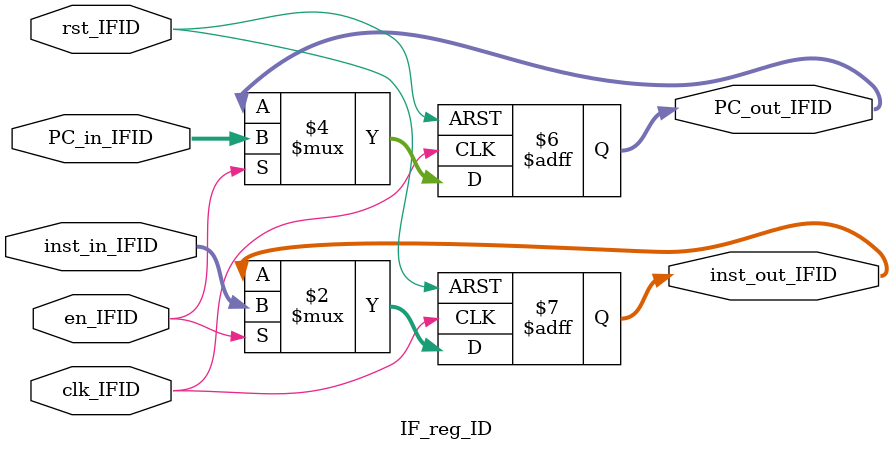
<source format=v>
module IF_reg_ID(clk_IFID, rst_IFID, en_IFID, PC_in_IFID, 
  inst_in_IFID, PC_out_IFID, inst_out_IFID);
  input wire clk_IFID;
  input wire rst_IFID;
  input wire en_IFID;
  input wire [31:0]PC_in_IFID;
  input wire [31:0]inst_in_IFID;
  output reg [31:0]PC_out_IFID;
  output reg [31:0]inst_out_IFID;

  always @(negedge clk_IFID or posedge rst_IFID) begin
    if(rst_IFID) begin
      PC_out_IFID <= 32'b0;
      inst_out_IFID <= 32'b0;
    end else if(en_IFID) begin
      PC_out_IFID <= PC_in_IFID;
      inst_out_IFID <= inst_in_IFID;
    end    
  end
endmodule

</source>
